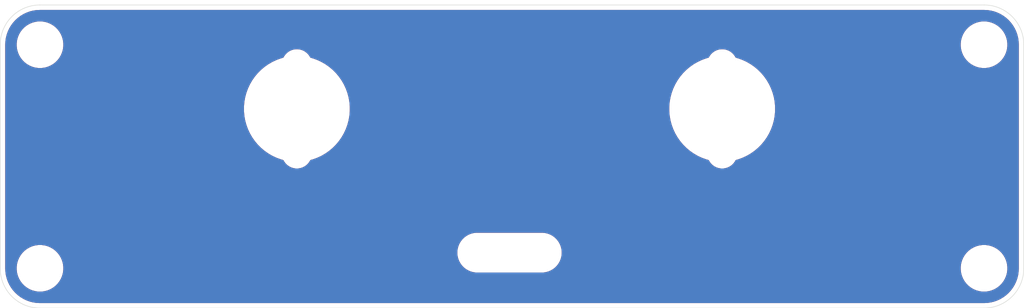
<source format=kicad_pcb>
(kicad_pcb (version 20240108) (generator "pcbnew") (generator_version "8.0")
  (layers (0 "F.Cu" signal "Top Layer") (31 "B.Cu" signal "Bottom Layer") (34 "B.Paste" user "Bottom Paste") (35 "F.Paste" user "Top Paste") (36 "B.SilkS" user "Bottom Overlay") (37 "F.SilkS" user "Top Overlay") (38 "B.Mask" user "Bottom Solder") (39 "F.Mask" user "Top Solder") (44 "Edge.Cuts" user))
  (net 0 "")
  (footprint "" (layer "F.Cu") (at 196.001095 116.253605)
    (property "Reference" "" (at 0 0 0) (layer "F.SilkS") (effects (font (size 1.27 1.27))))
    (property "Value" "")
    (pad "" np_thru_hole oval (at 0 0) (size 4.191 4.191) (drill oval 4.191) (layers "F&B.Cu" "*.Mask"))
  )
  (footprint "" (layer "F.Cu") (at 148.251095 114.678605)
    (property "Reference" "" (at 0 0 0) (layer "F.SilkS") (effects (font (size 1.27 1.27))))
    (property "Value" "")
    (pad "" np_thru_hole oval (at 0 0) (size 10 3.5) (drill oval 10 3.5) (layers "F&B.Cu" "*.Mask"))
  )
  (footprint "" (layer "F.Cu") (at 101.001095 116.253605)
    (property "Reference" "" (at 0 0 0) (layer "F.SilkS") (effects (font (size 1.27 1.27))))
    (property "Value" "")
    (pad "" np_thru_hole oval (at 0 0) (size 4.191 4.191) (drill oval 4.191) (layers "F&B.Cu" "*.Mask"))
  )
  (footprint "" (layer "F.Cu") (at 169.651105 100.208605)
    (property "Reference" "" (at 0 0 0) (layer "F.SilkS") (effects (font (size 1.27 1.27))))
    (property "Value" "")
    (pad "" np_thru_hole oval (at 0 0) (size 10.15 10.15) (drill oval 10.15) (layers "F&B.Cu" "*.Mask"))
  )
  (footprint "" (layer "F.Cu") (at 126.851095 100.208605)
    (property "Reference" "" (at 0 0 0) (layer "F.SilkS") (effects (font (size 1.27 1.27))))
    (property "Value" "")
    (pad "" np_thru_hole oval (at 0 0 270) (size 11.5 2.5) (drill oval 11.5 2.5) (layers "F&B.Cu" "*.Mask"))
  )
  (footprint "" (layer "F.Cu") (at 101.001095 93.753605)
    (property "Reference" "" (at 0 0 0) (layer "F.SilkS") (effects (font (size 1.27 1.27))))
    (property "Value" "")
    (pad "" np_thru_hole oval (at 0 0) (size 4.191 4.191) (drill oval 4.191) (layers "F&B.Cu" "*.Mask"))
  )
  (footprint "" (layer "F.Cu") (at 196.001095 93.753605)
    (property "Reference" "" (at 0 0 0) (layer "F.SilkS") (effects (font (size 1.27 1.27))))
    (property "Value" "")
    (pad "" np_thru_hole oval (at 0 0) (size 4.191 4.191) (drill oval 4.191) (layers "F&B.Cu" "*.Mask"))
  )
  (footprint "" (layer "F.Cu") (at 126.851095 100.208605)
    (property "Reference" "" (at 0 0 0) (layer "F.SilkS") (effects (font (size 1.27 1.27))))
    (property "Value" "")
    (pad "" np_thru_hole oval (at 0 0) (size 10.15 10.15) (drill oval 10.15) (layers "F&B.Cu" "*.Mask"))
  )
  (footprint "" (layer "F.Cu") (at 169.651105 100.208605)
    (property "Reference" "" (at 0 0 0) (layer "F.SilkS") (effects (font (size 1.27 1.27))))
    (property "Value" "")
    (pad "" np_thru_hole oval (at 0 0 270) (size 11.5 2.5) (drill oval 11.5 2.5) (layers "F&B.Cu" "*.Mask"))
  )
  (gr_arc (start 196.01109 89.753605) (mid 198.832449 90.922247) (end 200.001095 93.743605) (stroke (width 0.05)) (layer "Edge.Cuts"))
  (gr_line (start 196.011095 89.753605) (end 100.991103 89.753595) (stroke (width 0.05)) (layer "Edge.Cuts"))
  (gr_line (start 200.001105 116.263605) (end 200.001095 93.743605) (stroke (width 0.05)) (layer "Edge.Cuts"))
  (gr_line (start 97.001095 93.743595) (end 97.001095 116.263605) (stroke (width 0.05)) (layer "Edge.Cuts"))
  (gr_line (start 100.991105 120.253605) (end 196.011102 120.253605) (stroke (width 0.05)) (layer "Edge.Cuts"))
  (gr_arc (start 97.001095 93.743596) (mid 98.169741 90.922236) (end 100.991103 89.753595) (stroke (width 0.05)) (layer "Edge.Cuts"))
  (gr_arc (start 100.991097 120.253605) (mid 98.169741 119.084963) (end 97.001095 116.263608) (stroke (width 0.05)) (layer "Edge.Cuts"))
  (gr_arc (start 200.001105 116.263607) (mid 198.832439 119.084916) (end 196.011102 120.253605) (stroke (width 0.05)) (layer "Edge.Cuts"))
  (zone (net 0) (net_name "") (layer "F.Cu") (priority 1) (connect_pads (clearance 0.5)) (min_thickness 0.25) (fill yes (thermal_gap 0.254) (thermal_bridge_width 0.254))
    (polygon (pts (xy 97.001095 120.253605) (xy 97.001095 89.253605) (xy 200.001095 89.253605) (xy 200.001095 120.253605)))
  )
  (zone (net 0) (net_name "") (layer "B.Cu") (connect_pads (clearance 0.5)) (min_thickness 0.25) (fill yes (thermal_gap 0.254) (thermal_bridge_width 0.254))
    (polygon (pts (xy 97.001095 120.253605) (xy 97.001095 89.253605) (xy 200.001095 89.253605) (xy 200.001095 120.253605)))
  )
)
</source>
